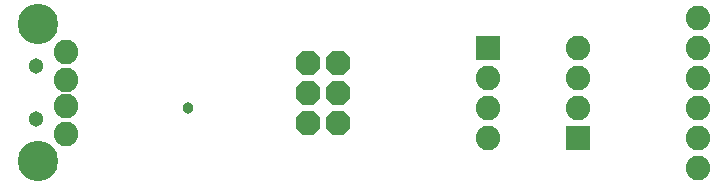
<source format=gbr>
G04 EAGLE Gerber RS-274X export*
G75*
%MOMM*%
%FSLAX34Y34*%
%LPD*%
%INSoldermask Bottom*%
%IPPOS*%
%AMOC8*
5,1,8,0,0,1.08239X$1,22.5*%
G01*
%ADD10P,2.254402X8X292.500000*%
%ADD11R,2.082800X2.082800*%
%ADD12C,2.082800*%
%ADD13C,3.419200*%
%ADD14C,1.303200*%
%ADD15C,0.965200*%


D10*
X254000Y101600D03*
X279400Y101600D03*
X254000Y76200D03*
X279400Y76200D03*
X254000Y50800D03*
X279400Y50800D03*
D11*
X406400Y114300D03*
D12*
X406400Y88900D03*
X406400Y63500D03*
X406400Y38100D03*
D11*
X482600Y38100D03*
D12*
X482600Y63500D03*
X482600Y88900D03*
X482600Y114300D03*
X49400Y111200D03*
X49400Y87470D03*
X49400Y64930D03*
X49400Y41200D03*
D13*
X25400Y18200D03*
X25400Y134200D03*
D14*
X24400Y98700D03*
X24400Y53700D03*
D15*
X152400Y63500D03*
D12*
X584200Y139700D03*
X584200Y114300D03*
X584200Y88900D03*
X584200Y63500D03*
X584200Y38100D03*
X584200Y12700D03*
M02*

</source>
